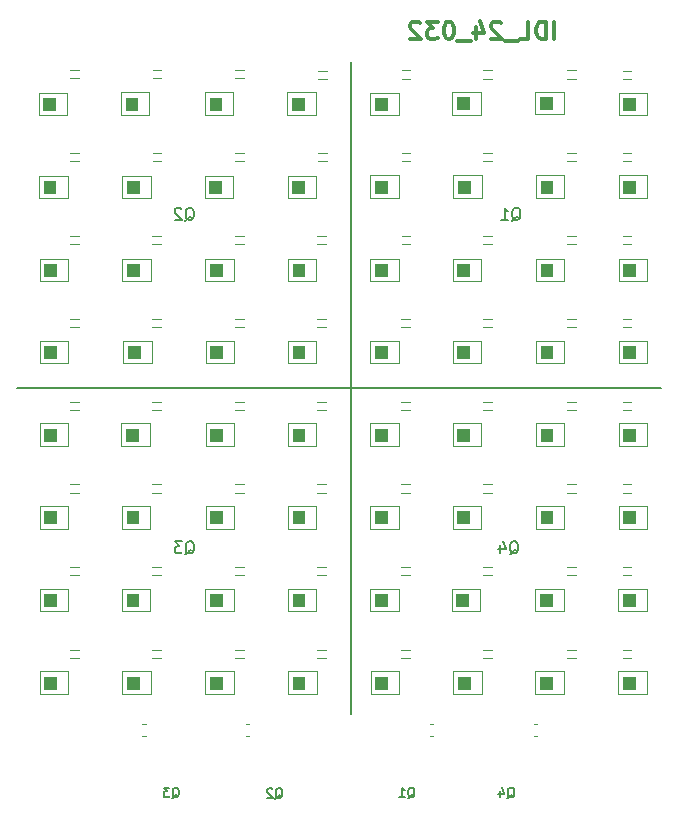
<source format=gbr>
%TF.GenerationSoftware,KiCad,Pcbnew,8.0.5*%
%TF.CreationDate,2024-11-25T13:54:07-10:00*%
%TF.ProjectId,SiPMT.revA,5369504d-542e-4726-9576-412e6b696361,rev?*%
%TF.SameCoordinates,Original*%
%TF.FileFunction,Legend,Bot*%
%TF.FilePolarity,Positive*%
%FSLAX46Y46*%
G04 Gerber Fmt 4.6, Leading zero omitted, Abs format (unit mm)*
G04 Created by KiCad (PCBNEW 8.0.5) date 2024-11-25 13:54:07*
%MOMM*%
%LPD*%
G01*
G04 APERTURE LIST*
%ADD10C,0.300000*%
%ADD11C,0.150000*%
%ADD12C,0.120000*%
%ADD13C,0.010000*%
G04 APERTURE END LIST*
D10*
X165045489Y-65180828D02*
X165045489Y-63680828D01*
X164331203Y-65180828D02*
X164331203Y-63680828D01*
X164331203Y-63680828D02*
X163974060Y-63680828D01*
X163974060Y-63680828D02*
X163759774Y-63752257D01*
X163759774Y-63752257D02*
X163616917Y-63895114D01*
X163616917Y-63895114D02*
X163545488Y-64037971D01*
X163545488Y-64037971D02*
X163474060Y-64323685D01*
X163474060Y-64323685D02*
X163474060Y-64537971D01*
X163474060Y-64537971D02*
X163545488Y-64823685D01*
X163545488Y-64823685D02*
X163616917Y-64966542D01*
X163616917Y-64966542D02*
X163759774Y-65109400D01*
X163759774Y-65109400D02*
X163974060Y-65180828D01*
X163974060Y-65180828D02*
X164331203Y-65180828D01*
X162116917Y-65180828D02*
X162831203Y-65180828D01*
X162831203Y-65180828D02*
X162831203Y-63680828D01*
X161974060Y-65323685D02*
X160831202Y-65323685D01*
X160545488Y-63823685D02*
X160474060Y-63752257D01*
X160474060Y-63752257D02*
X160331203Y-63680828D01*
X160331203Y-63680828D02*
X159974060Y-63680828D01*
X159974060Y-63680828D02*
X159831203Y-63752257D01*
X159831203Y-63752257D02*
X159759774Y-63823685D01*
X159759774Y-63823685D02*
X159688345Y-63966542D01*
X159688345Y-63966542D02*
X159688345Y-64109400D01*
X159688345Y-64109400D02*
X159759774Y-64323685D01*
X159759774Y-64323685D02*
X160616917Y-65180828D01*
X160616917Y-65180828D02*
X159688345Y-65180828D01*
X158402632Y-64180828D02*
X158402632Y-65180828D01*
X158759774Y-63609400D02*
X159116917Y-64680828D01*
X159116917Y-64680828D02*
X158188346Y-64680828D01*
X157974061Y-65323685D02*
X156831203Y-65323685D01*
X156188346Y-63680828D02*
X156045489Y-63680828D01*
X156045489Y-63680828D02*
X155902632Y-63752257D01*
X155902632Y-63752257D02*
X155831204Y-63823685D01*
X155831204Y-63823685D02*
X155759775Y-63966542D01*
X155759775Y-63966542D02*
X155688346Y-64252257D01*
X155688346Y-64252257D02*
X155688346Y-64609400D01*
X155688346Y-64609400D02*
X155759775Y-64895114D01*
X155759775Y-64895114D02*
X155831204Y-65037971D01*
X155831204Y-65037971D02*
X155902632Y-65109400D01*
X155902632Y-65109400D02*
X156045489Y-65180828D01*
X156045489Y-65180828D02*
X156188346Y-65180828D01*
X156188346Y-65180828D02*
X156331204Y-65109400D01*
X156331204Y-65109400D02*
X156402632Y-65037971D01*
X156402632Y-65037971D02*
X156474061Y-64895114D01*
X156474061Y-64895114D02*
X156545489Y-64609400D01*
X156545489Y-64609400D02*
X156545489Y-64252257D01*
X156545489Y-64252257D02*
X156474061Y-63966542D01*
X156474061Y-63966542D02*
X156402632Y-63823685D01*
X156402632Y-63823685D02*
X156331204Y-63752257D01*
X156331204Y-63752257D02*
X156188346Y-63680828D01*
X155188347Y-63680828D02*
X154259775Y-63680828D01*
X154259775Y-63680828D02*
X154759775Y-64252257D01*
X154759775Y-64252257D02*
X154545490Y-64252257D01*
X154545490Y-64252257D02*
X154402633Y-64323685D01*
X154402633Y-64323685D02*
X154331204Y-64395114D01*
X154331204Y-64395114D02*
X154259775Y-64537971D01*
X154259775Y-64537971D02*
X154259775Y-64895114D01*
X154259775Y-64895114D02*
X154331204Y-65037971D01*
X154331204Y-65037971D02*
X154402633Y-65109400D01*
X154402633Y-65109400D02*
X154545490Y-65180828D01*
X154545490Y-65180828D02*
X154974061Y-65180828D01*
X154974061Y-65180828D02*
X155116918Y-65109400D01*
X155116918Y-65109400D02*
X155188347Y-65037971D01*
X153688347Y-63823685D02*
X153616919Y-63752257D01*
X153616919Y-63752257D02*
X153474062Y-63680828D01*
X153474062Y-63680828D02*
X153116919Y-63680828D01*
X153116919Y-63680828D02*
X152974062Y-63752257D01*
X152974062Y-63752257D02*
X152902633Y-63823685D01*
X152902633Y-63823685D02*
X152831204Y-63966542D01*
X152831204Y-63966542D02*
X152831204Y-64109400D01*
X152831204Y-64109400D02*
X152902633Y-64323685D01*
X152902633Y-64323685D02*
X153759776Y-65180828D01*
X153759776Y-65180828D02*
X152831204Y-65180828D01*
D11*
X147800000Y-67130000D02*
X147800000Y-122330000D01*
X119550000Y-94680000D02*
X174050000Y-94680000D01*
X133796554Y-108795057D02*
X133891792Y-108747438D01*
X133891792Y-108747438D02*
X133987030Y-108652200D01*
X133987030Y-108652200D02*
X134129887Y-108509342D01*
X134129887Y-108509342D02*
X134225125Y-108461723D01*
X134225125Y-108461723D02*
X134320363Y-108461723D01*
X134272744Y-108699819D02*
X134367982Y-108652200D01*
X134367982Y-108652200D02*
X134463220Y-108556961D01*
X134463220Y-108556961D02*
X134510839Y-108366485D01*
X134510839Y-108366485D02*
X134510839Y-108033152D01*
X134510839Y-108033152D02*
X134463220Y-107842676D01*
X134463220Y-107842676D02*
X134367982Y-107747438D01*
X134367982Y-107747438D02*
X134272744Y-107699819D01*
X134272744Y-107699819D02*
X134082268Y-107699819D01*
X134082268Y-107699819D02*
X133987030Y-107747438D01*
X133987030Y-107747438D02*
X133891792Y-107842676D01*
X133891792Y-107842676D02*
X133844173Y-108033152D01*
X133844173Y-108033152D02*
X133844173Y-108366485D01*
X133844173Y-108366485D02*
X133891792Y-108556961D01*
X133891792Y-108556961D02*
X133987030Y-108652200D01*
X133987030Y-108652200D02*
X134082268Y-108699819D01*
X134082268Y-108699819D02*
X134272744Y-108699819D01*
X133510839Y-107699819D02*
X132891792Y-107699819D01*
X132891792Y-107699819D02*
X133225125Y-108080771D01*
X133225125Y-108080771D02*
X133082268Y-108080771D01*
X133082268Y-108080771D02*
X132987030Y-108128390D01*
X132987030Y-108128390D02*
X132939411Y-108176009D01*
X132939411Y-108176009D02*
X132891792Y-108271247D01*
X132891792Y-108271247D02*
X132891792Y-108509342D01*
X132891792Y-108509342D02*
X132939411Y-108604580D01*
X132939411Y-108604580D02*
X132987030Y-108652200D01*
X132987030Y-108652200D02*
X133082268Y-108699819D01*
X133082268Y-108699819D02*
X133367982Y-108699819D01*
X133367982Y-108699819D02*
X133463220Y-108652200D01*
X133463220Y-108652200D02*
X133510839Y-108604580D01*
X161246554Y-108795057D02*
X161341792Y-108747438D01*
X161341792Y-108747438D02*
X161437030Y-108652200D01*
X161437030Y-108652200D02*
X161579887Y-108509342D01*
X161579887Y-108509342D02*
X161675125Y-108461723D01*
X161675125Y-108461723D02*
X161770363Y-108461723D01*
X161722744Y-108699819D02*
X161817982Y-108652200D01*
X161817982Y-108652200D02*
X161913220Y-108556961D01*
X161913220Y-108556961D02*
X161960839Y-108366485D01*
X161960839Y-108366485D02*
X161960839Y-108033152D01*
X161960839Y-108033152D02*
X161913220Y-107842676D01*
X161913220Y-107842676D02*
X161817982Y-107747438D01*
X161817982Y-107747438D02*
X161722744Y-107699819D01*
X161722744Y-107699819D02*
X161532268Y-107699819D01*
X161532268Y-107699819D02*
X161437030Y-107747438D01*
X161437030Y-107747438D02*
X161341792Y-107842676D01*
X161341792Y-107842676D02*
X161294173Y-108033152D01*
X161294173Y-108033152D02*
X161294173Y-108366485D01*
X161294173Y-108366485D02*
X161341792Y-108556961D01*
X161341792Y-108556961D02*
X161437030Y-108652200D01*
X161437030Y-108652200D02*
X161532268Y-108699819D01*
X161532268Y-108699819D02*
X161722744Y-108699819D01*
X160437030Y-108033152D02*
X160437030Y-108699819D01*
X160675125Y-107652200D02*
X160913220Y-108366485D01*
X160913220Y-108366485D02*
X160294173Y-108366485D01*
X133796554Y-80545057D02*
X133891792Y-80497438D01*
X133891792Y-80497438D02*
X133987030Y-80402200D01*
X133987030Y-80402200D02*
X134129887Y-80259342D01*
X134129887Y-80259342D02*
X134225125Y-80211723D01*
X134225125Y-80211723D02*
X134320363Y-80211723D01*
X134272744Y-80449819D02*
X134367982Y-80402200D01*
X134367982Y-80402200D02*
X134463220Y-80306961D01*
X134463220Y-80306961D02*
X134510839Y-80116485D01*
X134510839Y-80116485D02*
X134510839Y-79783152D01*
X134510839Y-79783152D02*
X134463220Y-79592676D01*
X134463220Y-79592676D02*
X134367982Y-79497438D01*
X134367982Y-79497438D02*
X134272744Y-79449819D01*
X134272744Y-79449819D02*
X134082268Y-79449819D01*
X134082268Y-79449819D02*
X133987030Y-79497438D01*
X133987030Y-79497438D02*
X133891792Y-79592676D01*
X133891792Y-79592676D02*
X133844173Y-79783152D01*
X133844173Y-79783152D02*
X133844173Y-80116485D01*
X133844173Y-80116485D02*
X133891792Y-80306961D01*
X133891792Y-80306961D02*
X133987030Y-80402200D01*
X133987030Y-80402200D02*
X134082268Y-80449819D01*
X134082268Y-80449819D02*
X134272744Y-80449819D01*
X133463220Y-79545057D02*
X133415601Y-79497438D01*
X133415601Y-79497438D02*
X133320363Y-79449819D01*
X133320363Y-79449819D02*
X133082268Y-79449819D01*
X133082268Y-79449819D02*
X132987030Y-79497438D01*
X132987030Y-79497438D02*
X132939411Y-79545057D01*
X132939411Y-79545057D02*
X132891792Y-79640295D01*
X132891792Y-79640295D02*
X132891792Y-79735533D01*
X132891792Y-79735533D02*
X132939411Y-79878390D01*
X132939411Y-79878390D02*
X133510839Y-80449819D01*
X133510839Y-80449819D02*
X132891792Y-80449819D01*
X161446554Y-80545057D02*
X161541792Y-80497438D01*
X161541792Y-80497438D02*
X161637030Y-80402200D01*
X161637030Y-80402200D02*
X161779887Y-80259342D01*
X161779887Y-80259342D02*
X161875125Y-80211723D01*
X161875125Y-80211723D02*
X161970363Y-80211723D01*
X161922744Y-80449819D02*
X162017982Y-80402200D01*
X162017982Y-80402200D02*
X162113220Y-80306961D01*
X162113220Y-80306961D02*
X162160839Y-80116485D01*
X162160839Y-80116485D02*
X162160839Y-79783152D01*
X162160839Y-79783152D02*
X162113220Y-79592676D01*
X162113220Y-79592676D02*
X162017982Y-79497438D01*
X162017982Y-79497438D02*
X161922744Y-79449819D01*
X161922744Y-79449819D02*
X161732268Y-79449819D01*
X161732268Y-79449819D02*
X161637030Y-79497438D01*
X161637030Y-79497438D02*
X161541792Y-79592676D01*
X161541792Y-79592676D02*
X161494173Y-79783152D01*
X161494173Y-79783152D02*
X161494173Y-80116485D01*
X161494173Y-80116485D02*
X161541792Y-80306961D01*
X161541792Y-80306961D02*
X161637030Y-80402200D01*
X161637030Y-80402200D02*
X161732268Y-80449819D01*
X161732268Y-80449819D02*
X161922744Y-80449819D01*
X160541792Y-80449819D02*
X161113220Y-80449819D01*
X160827506Y-80449819D02*
X160827506Y-79449819D01*
X160827506Y-79449819D02*
X160922744Y-79592676D01*
X160922744Y-79592676D02*
X161017982Y-79687914D01*
X161017982Y-79687914D02*
X161113220Y-79735533D01*
X132676190Y-129418485D02*
X132752380Y-129380390D01*
X132752380Y-129380390D02*
X132828571Y-129304200D01*
X132828571Y-129304200D02*
X132942857Y-129189914D01*
X132942857Y-129189914D02*
X133019047Y-129151819D01*
X133019047Y-129151819D02*
X133095238Y-129151819D01*
X133057142Y-129342295D02*
X133133333Y-129304200D01*
X133133333Y-129304200D02*
X133209523Y-129228009D01*
X133209523Y-129228009D02*
X133247619Y-129075628D01*
X133247619Y-129075628D02*
X133247619Y-128808961D01*
X133247619Y-128808961D02*
X133209523Y-128656580D01*
X133209523Y-128656580D02*
X133133333Y-128580390D01*
X133133333Y-128580390D02*
X133057142Y-128542295D01*
X133057142Y-128542295D02*
X132904761Y-128542295D01*
X132904761Y-128542295D02*
X132828571Y-128580390D01*
X132828571Y-128580390D02*
X132752380Y-128656580D01*
X132752380Y-128656580D02*
X132714285Y-128808961D01*
X132714285Y-128808961D02*
X132714285Y-129075628D01*
X132714285Y-129075628D02*
X132752380Y-129228009D01*
X132752380Y-129228009D02*
X132828571Y-129304200D01*
X132828571Y-129304200D02*
X132904761Y-129342295D01*
X132904761Y-129342295D02*
X133057142Y-129342295D01*
X132447619Y-128542295D02*
X131952381Y-128542295D01*
X131952381Y-128542295D02*
X132219047Y-128847057D01*
X132219047Y-128847057D02*
X132104762Y-128847057D01*
X132104762Y-128847057D02*
X132028571Y-128885152D01*
X132028571Y-128885152D02*
X131990476Y-128923247D01*
X131990476Y-128923247D02*
X131952381Y-128999438D01*
X131952381Y-128999438D02*
X131952381Y-129189914D01*
X131952381Y-129189914D02*
X131990476Y-129266104D01*
X131990476Y-129266104D02*
X132028571Y-129304200D01*
X132028571Y-129304200D02*
X132104762Y-129342295D01*
X132104762Y-129342295D02*
X132333333Y-129342295D01*
X132333333Y-129342295D02*
X132409524Y-129304200D01*
X132409524Y-129304200D02*
X132447619Y-129266104D01*
X161076190Y-129418485D02*
X161152380Y-129380390D01*
X161152380Y-129380390D02*
X161228571Y-129304200D01*
X161228571Y-129304200D02*
X161342857Y-129189914D01*
X161342857Y-129189914D02*
X161419047Y-129151819D01*
X161419047Y-129151819D02*
X161495238Y-129151819D01*
X161457142Y-129342295D02*
X161533333Y-129304200D01*
X161533333Y-129304200D02*
X161609523Y-129228009D01*
X161609523Y-129228009D02*
X161647619Y-129075628D01*
X161647619Y-129075628D02*
X161647619Y-128808961D01*
X161647619Y-128808961D02*
X161609523Y-128656580D01*
X161609523Y-128656580D02*
X161533333Y-128580390D01*
X161533333Y-128580390D02*
X161457142Y-128542295D01*
X161457142Y-128542295D02*
X161304761Y-128542295D01*
X161304761Y-128542295D02*
X161228571Y-128580390D01*
X161228571Y-128580390D02*
X161152380Y-128656580D01*
X161152380Y-128656580D02*
X161114285Y-128808961D01*
X161114285Y-128808961D02*
X161114285Y-129075628D01*
X161114285Y-129075628D02*
X161152380Y-129228009D01*
X161152380Y-129228009D02*
X161228571Y-129304200D01*
X161228571Y-129304200D02*
X161304761Y-129342295D01*
X161304761Y-129342295D02*
X161457142Y-129342295D01*
X160428571Y-128808961D02*
X160428571Y-129342295D01*
X160619047Y-128504200D02*
X160809524Y-129075628D01*
X160809524Y-129075628D02*
X160314285Y-129075628D01*
X141426190Y-129468485D02*
X141502380Y-129430390D01*
X141502380Y-129430390D02*
X141578571Y-129354200D01*
X141578571Y-129354200D02*
X141692857Y-129239914D01*
X141692857Y-129239914D02*
X141769047Y-129201819D01*
X141769047Y-129201819D02*
X141845238Y-129201819D01*
X141807142Y-129392295D02*
X141883333Y-129354200D01*
X141883333Y-129354200D02*
X141959523Y-129278009D01*
X141959523Y-129278009D02*
X141997619Y-129125628D01*
X141997619Y-129125628D02*
X141997619Y-128858961D01*
X141997619Y-128858961D02*
X141959523Y-128706580D01*
X141959523Y-128706580D02*
X141883333Y-128630390D01*
X141883333Y-128630390D02*
X141807142Y-128592295D01*
X141807142Y-128592295D02*
X141654761Y-128592295D01*
X141654761Y-128592295D02*
X141578571Y-128630390D01*
X141578571Y-128630390D02*
X141502380Y-128706580D01*
X141502380Y-128706580D02*
X141464285Y-128858961D01*
X141464285Y-128858961D02*
X141464285Y-129125628D01*
X141464285Y-129125628D02*
X141502380Y-129278009D01*
X141502380Y-129278009D02*
X141578571Y-129354200D01*
X141578571Y-129354200D02*
X141654761Y-129392295D01*
X141654761Y-129392295D02*
X141807142Y-129392295D01*
X141159524Y-128668485D02*
X141121428Y-128630390D01*
X141121428Y-128630390D02*
X141045238Y-128592295D01*
X141045238Y-128592295D02*
X140854762Y-128592295D01*
X140854762Y-128592295D02*
X140778571Y-128630390D01*
X140778571Y-128630390D02*
X140740476Y-128668485D01*
X140740476Y-128668485D02*
X140702381Y-128744676D01*
X140702381Y-128744676D02*
X140702381Y-128820866D01*
X140702381Y-128820866D02*
X140740476Y-128935152D01*
X140740476Y-128935152D02*
X141197619Y-129392295D01*
X141197619Y-129392295D02*
X140702381Y-129392295D01*
X152626190Y-129418485D02*
X152702380Y-129380390D01*
X152702380Y-129380390D02*
X152778571Y-129304200D01*
X152778571Y-129304200D02*
X152892857Y-129189914D01*
X152892857Y-129189914D02*
X152969047Y-129151819D01*
X152969047Y-129151819D02*
X153045238Y-129151819D01*
X153007142Y-129342295D02*
X153083333Y-129304200D01*
X153083333Y-129304200D02*
X153159523Y-129228009D01*
X153159523Y-129228009D02*
X153197619Y-129075628D01*
X153197619Y-129075628D02*
X153197619Y-128808961D01*
X153197619Y-128808961D02*
X153159523Y-128656580D01*
X153159523Y-128656580D02*
X153083333Y-128580390D01*
X153083333Y-128580390D02*
X153007142Y-128542295D01*
X153007142Y-128542295D02*
X152854761Y-128542295D01*
X152854761Y-128542295D02*
X152778571Y-128580390D01*
X152778571Y-128580390D02*
X152702380Y-128656580D01*
X152702380Y-128656580D02*
X152664285Y-128808961D01*
X152664285Y-128808961D02*
X152664285Y-129075628D01*
X152664285Y-129075628D02*
X152702380Y-129228009D01*
X152702380Y-129228009D02*
X152778571Y-129304200D01*
X152778571Y-129304200D02*
X152854761Y-129342295D01*
X152854761Y-129342295D02*
X153007142Y-129342295D01*
X151902381Y-129342295D02*
X152359524Y-129342295D01*
X152130952Y-129342295D02*
X152130952Y-128542295D01*
X152130952Y-128542295D02*
X152207143Y-128656580D01*
X152207143Y-128656580D02*
X152283333Y-128732771D01*
X152283333Y-128732771D02*
X152359524Y-128770866D01*
D12*
%TO.C,R3*%
X159025000Y-67805000D02*
X159775000Y-67805000D01*
X159025000Y-68505000D02*
X159775000Y-68505000D01*
%TO.C,D40*%
D13*
X143875000Y-105155000D02*
X142875000Y-105155000D01*
X142875000Y-106155000D01*
X143875000Y-106155000D01*
X143875000Y-105155000D01*
G36*
X143875000Y-105155000D02*
G01*
X142875000Y-105155000D01*
X142875000Y-106155000D01*
X143875000Y-106155000D01*
X143875000Y-105155000D01*
G37*
D12*
X144900000Y-104705000D02*
X142475000Y-104705000D01*
X142475000Y-106605000D01*
X144900000Y-106605000D01*
X144900000Y-104705000D01*
%TO.C,D11*%
D13*
X122857500Y-91155000D02*
X121857500Y-91155000D01*
X121857500Y-92155000D01*
X122857500Y-92155000D01*
X122857500Y-91155000D01*
G36*
X122857500Y-91155000D02*
G01*
X121857500Y-91155000D01*
X121857500Y-92155000D01*
X122857500Y-92155000D01*
X122857500Y-91155000D01*
G37*
D12*
X123882500Y-90705000D02*
X121457500Y-90705000D01*
X121457500Y-92605000D01*
X123882500Y-92605000D01*
X123882500Y-90705000D01*
%TO.C,D25*%
D13*
X150875000Y-84205000D02*
X149875000Y-84205000D01*
X149875000Y-85205000D01*
X150875000Y-85205000D01*
X150875000Y-84205000D01*
G36*
X150875000Y-84205000D02*
G01*
X149875000Y-84205000D01*
X149875000Y-85205000D01*
X150875000Y-85205000D01*
X150875000Y-84205000D01*
G37*
D12*
X151900000Y-83755000D02*
X149475000Y-83755000D01*
X149475000Y-85655000D01*
X151900000Y-85655000D01*
X151900000Y-83755000D01*
%TO.C,D20*%
D13*
X129837500Y-77180000D02*
X128837500Y-77180000D01*
X128837500Y-78180000D01*
X129837500Y-78180000D01*
X129837500Y-77180000D01*
G36*
X129837500Y-77180000D02*
G01*
X128837500Y-77180000D01*
X128837500Y-78180000D01*
X129837500Y-78180000D01*
X129837500Y-77180000D01*
G37*
D12*
X130862500Y-76730000D02*
X128437500Y-76730000D01*
X128437500Y-78630000D01*
X130862500Y-78630000D01*
X130862500Y-76730000D01*
%TO.C,D42*%
D13*
X150875000Y-105155000D02*
X149875000Y-105155000D01*
X149875000Y-106155000D01*
X150875000Y-106155000D01*
X150875000Y-105155000D01*
G36*
X150875000Y-105155000D02*
G01*
X149875000Y-105155000D01*
X149875000Y-106155000D01*
X150875000Y-106155000D01*
X150875000Y-105155000D01*
G37*
D12*
X151900000Y-104705000D02*
X149475000Y-104705000D01*
X149475000Y-106605000D01*
X151900000Y-106605000D01*
X151900000Y-104705000D01*
%TO.C,R1*%
X152112500Y-67805000D02*
X152862500Y-67805000D01*
X152112500Y-68505000D02*
X152862500Y-68505000D01*
%TO.C,R55*%
X144962500Y-109855000D02*
X145712500Y-109855000D01*
X144962500Y-110555000D02*
X145712500Y-110555000D01*
%TO.C,R58*%
X152062500Y-116855000D02*
X152812500Y-116855000D01*
X152062500Y-117555000D02*
X152812500Y-117555000D01*
%TO.C,D4*%
D13*
X157875000Y-77155000D02*
X156875000Y-77155000D01*
X156875000Y-78155000D01*
X157875000Y-78155000D01*
X157875000Y-77155000D01*
G36*
X157875000Y-77155000D02*
G01*
X156875000Y-77155000D01*
X156875000Y-78155000D01*
X157875000Y-78155000D01*
X157875000Y-77155000D01*
G37*
D12*
X158900000Y-76705000D02*
X156475000Y-76705000D01*
X156475000Y-78605000D01*
X158900000Y-78605000D01*
X158900000Y-76705000D01*
%TO.C,R5*%
X166112500Y-67805000D02*
X166862500Y-67805000D01*
X166112500Y-68505000D02*
X166862500Y-68505000D01*
%TO.C,D55*%
D13*
X143875000Y-112155000D02*
X142875000Y-112155000D01*
X142875000Y-113155000D01*
X143875000Y-113155000D01*
X143875000Y-112155000D01*
G36*
X143875000Y-112155000D02*
G01*
X142875000Y-112155000D01*
X142875000Y-113155000D01*
X143875000Y-113155000D01*
X143875000Y-112155000D01*
G37*
D12*
X144900000Y-111705000D02*
X142475000Y-111705000D01*
X142475000Y-113605000D01*
X144900000Y-113605000D01*
X144900000Y-111705000D01*
%TO.C,R43*%
X159012500Y-95855000D02*
X159762500Y-95855000D01*
X159012500Y-96555000D02*
X159762500Y-96555000D01*
%TO.C,D32*%
D13*
X171875000Y-91155000D02*
X170875000Y-91155000D01*
X170875000Y-92155000D01*
X171875000Y-92155000D01*
X171875000Y-91155000D01*
G36*
X171875000Y-91155000D02*
G01*
X170875000Y-91155000D01*
X170875000Y-92155000D01*
X171875000Y-92155000D01*
X171875000Y-91155000D01*
G37*
D12*
X172900000Y-90705000D02*
X170475000Y-90705000D01*
X170475000Y-92605000D01*
X172900000Y-92605000D01*
X172900000Y-90705000D01*
%TO.C,D36*%
D13*
X129825000Y-105155000D02*
X128825000Y-105155000D01*
X128825000Y-106155000D01*
X129825000Y-106155000D01*
X129825000Y-105155000D01*
G36*
X129825000Y-105155000D02*
G01*
X128825000Y-105155000D01*
X128825000Y-106155000D01*
X129825000Y-106155000D01*
X129825000Y-105155000D01*
G37*
D12*
X130850000Y-104705000D02*
X128425000Y-104705000D01*
X128425000Y-106605000D01*
X130850000Y-106605000D01*
X130850000Y-104705000D01*
%TO.C,D43*%
D13*
X157825000Y-98155000D02*
X156825000Y-98155000D01*
X156825000Y-99155000D01*
X157825000Y-99155000D01*
X157825000Y-98155000D01*
G36*
X157825000Y-98155000D02*
G01*
X156825000Y-98155000D01*
X156825000Y-99155000D01*
X157825000Y-99155000D01*
X157825000Y-98155000D01*
G37*
D12*
X158850000Y-97705000D02*
X156425000Y-97705000D01*
X156425000Y-99605000D01*
X158850000Y-99605000D01*
X158850000Y-97705000D01*
%TO.C,D53*%
D13*
X136875000Y-112155000D02*
X135875000Y-112155000D01*
X135875000Y-113155000D01*
X136875000Y-113155000D01*
X136875000Y-112155000D01*
G36*
X136875000Y-112155000D02*
G01*
X135875000Y-112155000D01*
X135875000Y-113155000D01*
X136875000Y-113155000D01*
X136875000Y-112155000D01*
G37*
D12*
X137900000Y-111705000D02*
X135475000Y-111705000D01*
X135475000Y-113605000D01*
X137900000Y-113605000D01*
X137900000Y-111705000D01*
%TO.C,R48*%
X171575000Y-102855000D02*
X170825000Y-102855000D01*
X171575000Y-103555000D02*
X170825000Y-103555000D01*
%TO.C,D10*%
D13*
X122852500Y-84205000D02*
X121852500Y-84205000D01*
X121852500Y-85205000D01*
X122852500Y-85205000D01*
X122852500Y-84205000D01*
G36*
X122852500Y-84205000D02*
G01*
X121852500Y-84205000D01*
X121852500Y-85205000D01*
X122852500Y-85205000D01*
X122852500Y-84205000D01*
G37*
D12*
X123877500Y-83755000D02*
X121452500Y-83755000D01*
X121452500Y-85655000D01*
X123877500Y-85655000D01*
X123877500Y-83755000D01*
%TO.C,C4*%
X130166233Y-123120000D02*
X130458767Y-123120000D01*
X130166233Y-124140000D02*
X130458767Y-124140000D01*
%TO.C,D17*%
D13*
X143850000Y-77180000D02*
X142850000Y-77180000D01*
X142850000Y-78180000D01*
X143850000Y-78180000D01*
X143850000Y-77180000D01*
G36*
X143850000Y-77180000D02*
G01*
X142850000Y-77180000D01*
X142850000Y-78180000D01*
X143850000Y-78180000D01*
X143850000Y-77180000D01*
G37*
D12*
X144875000Y-76730000D02*
X142450000Y-76730000D01*
X142450000Y-78630000D01*
X144875000Y-78630000D01*
X144875000Y-76730000D01*
%TO.C,R24*%
X144950000Y-88855000D02*
X145700000Y-88855000D01*
X144950000Y-89555000D02*
X145700000Y-89555000D01*
%TO.C,R16*%
X138012500Y-88855000D02*
X138762500Y-88855000D01*
X138012500Y-89555000D02*
X138762500Y-89555000D01*
%TO.C,D14*%
D13*
X136900000Y-84205000D02*
X135900000Y-84205000D01*
X135900000Y-85205000D01*
X136900000Y-85205000D01*
X136900000Y-84205000D01*
G36*
X136900000Y-84205000D02*
G01*
X135900000Y-84205000D01*
X135900000Y-85205000D01*
X136900000Y-85205000D01*
X136900000Y-84205000D01*
G37*
D12*
X137925000Y-83755000D02*
X135500000Y-83755000D01*
X135500000Y-85655000D01*
X137925000Y-85655000D01*
X137925000Y-83755000D01*
%TO.C,D18*%
D13*
X122787500Y-70180000D02*
X121787500Y-70180000D01*
X121787500Y-71180000D01*
X122787500Y-71180000D01*
X122787500Y-70180000D01*
G36*
X122787500Y-70180000D02*
G01*
X121787500Y-70180000D01*
X121787500Y-71180000D01*
X122787500Y-71180000D01*
X122787500Y-70180000D01*
G37*
D12*
X123812500Y-69730000D02*
X121387500Y-69730000D01*
X121387500Y-71630000D01*
X123812500Y-71630000D01*
X123812500Y-69730000D01*
%TO.C,D54*%
D13*
X136887500Y-119155000D02*
X135887500Y-119155000D01*
X135887500Y-120155000D01*
X136887500Y-120155000D01*
X136887500Y-119155000D01*
G36*
X136887500Y-119155000D02*
G01*
X135887500Y-119155000D01*
X135887500Y-120155000D01*
X136887500Y-120155000D01*
X136887500Y-119155000D01*
G37*
D12*
X137912500Y-118705000D02*
X135487500Y-118705000D01*
X135487500Y-120605000D01*
X137912500Y-120605000D01*
X137912500Y-118705000D01*
%TO.C,R21*%
X138025000Y-67780000D02*
X138775000Y-67780000D01*
X138025000Y-68480000D02*
X138775000Y-68480000D01*
%TO.C,R57*%
X152062500Y-109855000D02*
X152812500Y-109855000D01*
X152062500Y-110555000D02*
X152812500Y-110555000D01*
%TO.C,R7*%
X124025000Y-74780000D02*
X124775000Y-74780000D01*
X124025000Y-75480000D02*
X124775000Y-75480000D01*
%TO.C,D38*%
D13*
X136925000Y-105155000D02*
X135925000Y-105155000D01*
X135925000Y-106155000D01*
X136925000Y-106155000D01*
X136925000Y-105155000D01*
G36*
X136925000Y-105155000D02*
G01*
X135925000Y-105155000D01*
X135925000Y-106155000D01*
X136925000Y-106155000D01*
X136925000Y-105155000D01*
G37*
D12*
X137950000Y-104705000D02*
X135525000Y-104705000D01*
X135525000Y-106605000D01*
X137950000Y-106605000D01*
X137950000Y-104705000D01*
%TO.C,D33*%
D13*
X122875000Y-98155000D02*
X121875000Y-98155000D01*
X121875000Y-99155000D01*
X122875000Y-99155000D01*
X122875000Y-98155000D01*
G36*
X122875000Y-98155000D02*
G01*
X121875000Y-98155000D01*
X121875000Y-99155000D01*
X122875000Y-99155000D01*
X122875000Y-98155000D01*
G37*
D12*
X123900000Y-97705000D02*
X121475000Y-97705000D01*
X121475000Y-99605000D01*
X123900000Y-99605000D01*
X123900000Y-97705000D01*
%TO.C,D62*%
D13*
X164837500Y-119155000D02*
X163837500Y-119155000D01*
X163837500Y-120155000D01*
X164837500Y-120155000D01*
X164837500Y-119155000D01*
G36*
X164837500Y-119155000D02*
G01*
X163837500Y-119155000D01*
X163837500Y-120155000D01*
X164837500Y-120155000D01*
X164837500Y-119155000D01*
G37*
D12*
X165862500Y-118705000D02*
X163437500Y-118705000D01*
X163437500Y-120605000D01*
X165862500Y-120605000D01*
X165862500Y-118705000D01*
%TO.C,R8*%
X171575000Y-67830000D02*
X170825000Y-67830000D01*
X171575000Y-68530000D02*
X170825000Y-68530000D01*
%TO.C,R52*%
X130962500Y-116855000D02*
X131712500Y-116855000D01*
X130962500Y-117555000D02*
X131712500Y-117555000D01*
%TO.C,R23*%
X144962500Y-81855000D02*
X145712500Y-81855000D01*
X144962500Y-82555000D02*
X145712500Y-82555000D01*
%TO.C,R17*%
X145025000Y-74780000D02*
X145775000Y-74780000D01*
X145025000Y-75480000D02*
X145775000Y-75480000D01*
%TO.C,R20*%
X131025000Y-74780000D02*
X131775000Y-74780000D01*
X131025000Y-75480000D02*
X131775000Y-75480000D01*
%TO.C,R38*%
X138012500Y-102855000D02*
X138762500Y-102855000D01*
X138012500Y-103555000D02*
X138762500Y-103555000D01*
%TO.C,R22*%
X145025000Y-67830000D02*
X145775000Y-67830000D01*
X145025000Y-68530000D02*
X145775000Y-68530000D01*
%TO.C,D8*%
D13*
X171875000Y-70155000D02*
X170875000Y-70155000D01*
X170875000Y-71155000D01*
X171875000Y-71155000D01*
X171875000Y-70155000D01*
G36*
X171875000Y-70155000D02*
G01*
X170875000Y-70155000D01*
X170875000Y-71155000D01*
X171875000Y-71155000D01*
X171875000Y-70155000D01*
G37*
D12*
X172900000Y-69705000D02*
X170475000Y-69705000D01*
X170475000Y-71605000D01*
X172900000Y-71605000D01*
X172900000Y-69705000D01*
%TO.C,D64*%
D13*
X171837500Y-119155000D02*
X170837500Y-119155000D01*
X170837500Y-120155000D01*
X171837500Y-120155000D01*
X171837500Y-119155000D01*
G36*
X171837500Y-119155000D02*
G01*
X170837500Y-119155000D01*
X170837500Y-120155000D01*
X171837500Y-120155000D01*
X171837500Y-119155000D01*
G37*
D12*
X172862500Y-118705000D02*
X170437500Y-118705000D01*
X170437500Y-120605000D01*
X172862500Y-120605000D01*
X172862500Y-118705000D01*
%TO.C,D37*%
D13*
X136925000Y-98155000D02*
X135925000Y-98155000D01*
X135925000Y-99155000D01*
X136925000Y-99155000D01*
X136925000Y-98155000D01*
G36*
X136925000Y-98155000D02*
G01*
X135925000Y-98155000D01*
X135925000Y-99155000D01*
X136925000Y-99155000D01*
X136925000Y-98155000D01*
G37*
D12*
X137950000Y-97705000D02*
X135525000Y-97705000D01*
X135525000Y-99605000D01*
X137950000Y-99605000D01*
X137950000Y-97705000D01*
%TO.C,D12*%
D13*
X129875000Y-84205000D02*
X128875000Y-84205000D01*
X128875000Y-85205000D01*
X129875000Y-85205000D01*
X129875000Y-84205000D01*
G36*
X129875000Y-84205000D02*
G01*
X128875000Y-84205000D01*
X128875000Y-85205000D01*
X129875000Y-85205000D01*
X129875000Y-84205000D01*
G37*
D12*
X130900000Y-83755000D02*
X128475000Y-83755000D01*
X128475000Y-85655000D01*
X130900000Y-85655000D01*
X130900000Y-83755000D01*
%TO.C,R46*%
X166112500Y-102855000D02*
X166862500Y-102855000D01*
X166112500Y-103555000D02*
X166862500Y-103555000D01*
%TO.C,C7*%
X154503733Y-123120000D02*
X154796267Y-123120000D01*
X154503733Y-124140000D02*
X154796267Y-124140000D01*
%TO.C,D46*%
D13*
X164875000Y-105155000D02*
X163875000Y-105155000D01*
X163875000Y-106155000D01*
X164875000Y-106155000D01*
X164875000Y-105155000D01*
G36*
X164875000Y-105155000D02*
G01*
X163875000Y-105155000D01*
X163875000Y-106155000D01*
X164875000Y-106155000D01*
X164875000Y-105155000D01*
G37*
D12*
X165900000Y-104705000D02*
X163475000Y-104705000D01*
X163475000Y-106605000D01*
X165900000Y-106605000D01*
X165900000Y-104705000D01*
%TO.C,D26*%
D13*
X150875000Y-91155000D02*
X149875000Y-91155000D01*
X149875000Y-92155000D01*
X150875000Y-92155000D01*
X150875000Y-91155000D01*
G36*
X150875000Y-91155000D02*
G01*
X149875000Y-91155000D01*
X149875000Y-92155000D01*
X150875000Y-92155000D01*
X150875000Y-91155000D01*
G37*
D12*
X151900000Y-90705000D02*
X149475000Y-90705000D01*
X149475000Y-92605000D01*
X151900000Y-92605000D01*
X151900000Y-90705000D01*
%TO.C,R39*%
X144962500Y-95855000D02*
X145712500Y-95855000D01*
X144962500Y-96555000D02*
X145712500Y-96555000D01*
%TO.C,D60*%
D13*
X157887500Y-119155000D02*
X156887500Y-119155000D01*
X156887500Y-120155000D01*
X157887500Y-120155000D01*
X157887500Y-119155000D01*
G36*
X157887500Y-119155000D02*
G01*
X156887500Y-119155000D01*
X156887500Y-120155000D01*
X157887500Y-120155000D01*
X157887500Y-119155000D01*
G37*
D12*
X158912500Y-118705000D02*
X156487500Y-118705000D01*
X156487500Y-120605000D01*
X158912500Y-120605000D01*
X158912500Y-118705000D01*
%TO.C,D7*%
D13*
X122800000Y-77180000D02*
X121800000Y-77180000D01*
X121800000Y-78180000D01*
X122800000Y-78180000D01*
X122800000Y-77180000D01*
G36*
X122800000Y-77180000D02*
G01*
X121800000Y-77180000D01*
X121800000Y-78180000D01*
X122800000Y-78180000D01*
X122800000Y-77180000D01*
G37*
D12*
X123825000Y-76730000D02*
X121400000Y-76730000D01*
X121400000Y-78630000D01*
X123825000Y-78630000D01*
X123825000Y-76730000D01*
%TO.C,D2*%
D13*
X150875000Y-77155000D02*
X149875000Y-77155000D01*
X149875000Y-78155000D01*
X150875000Y-78155000D01*
X150875000Y-77155000D01*
G36*
X150875000Y-77155000D02*
G01*
X149875000Y-77155000D01*
X149875000Y-78155000D01*
X150875000Y-78155000D01*
X150875000Y-77155000D01*
G37*
D12*
X151900000Y-76705000D02*
X149475000Y-76705000D01*
X149475000Y-78605000D01*
X151900000Y-78605000D01*
X151900000Y-76705000D01*
%TO.C,D58*%
D13*
X150887500Y-119155000D02*
X149887500Y-119155000D01*
X149887500Y-120155000D01*
X150887500Y-120155000D01*
X150887500Y-119155000D01*
G36*
X150887500Y-119155000D02*
G01*
X149887500Y-119155000D01*
X149887500Y-120155000D01*
X150887500Y-120155000D01*
X150887500Y-119155000D01*
G37*
D12*
X151912500Y-118705000D02*
X149487500Y-118705000D01*
X149487500Y-120605000D01*
X151912500Y-120605000D01*
X151912500Y-118705000D01*
%TO.C,D44*%
D13*
X157825000Y-105155000D02*
X156825000Y-105155000D01*
X156825000Y-106155000D01*
X157825000Y-106155000D01*
X157825000Y-105155000D01*
G36*
X157825000Y-105155000D02*
G01*
X156825000Y-105155000D01*
X156825000Y-106155000D01*
X157825000Y-106155000D01*
X157825000Y-105155000D01*
G37*
D12*
X158850000Y-104705000D02*
X156425000Y-104705000D01*
X156425000Y-106605000D01*
X158850000Y-106605000D01*
X158850000Y-104705000D01*
%TO.C,R34*%
X124012500Y-102855000D02*
X124762500Y-102855000D01*
X124012500Y-103555000D02*
X124762500Y-103555000D01*
%TO.C,D24*%
D13*
X143875000Y-91155000D02*
X142875000Y-91155000D01*
X142875000Y-92155000D01*
X143875000Y-92155000D01*
X143875000Y-91155000D01*
G36*
X143875000Y-91155000D02*
G01*
X142875000Y-91155000D01*
X142875000Y-92155000D01*
X143875000Y-92155000D01*
X143875000Y-91155000D01*
G37*
D12*
X144900000Y-90705000D02*
X142475000Y-90705000D01*
X142475000Y-92605000D01*
X144900000Y-92605000D01*
X144900000Y-90705000D01*
%TO.C,R56*%
X144962500Y-116855000D02*
X145712500Y-116855000D01*
X144962500Y-117555000D02*
X145712500Y-117555000D01*
%TO.C,R26*%
X152062500Y-88855000D02*
X152812500Y-88855000D01*
X152062500Y-89555000D02*
X152812500Y-89555000D01*
%TO.C,R41*%
X152062500Y-95855000D02*
X152812500Y-95855000D01*
X152062500Y-96555000D02*
X152812500Y-96555000D01*
%TO.C,R30*%
X166112500Y-88855000D02*
X166862500Y-88855000D01*
X166112500Y-89555000D02*
X166862500Y-89555000D01*
%TO.C,D23*%
D13*
X143875000Y-84205000D02*
X142875000Y-84205000D01*
X142875000Y-85205000D01*
X143875000Y-85205000D01*
X143875000Y-84205000D01*
G36*
X143875000Y-84205000D02*
G01*
X142875000Y-84205000D01*
X142875000Y-85205000D01*
X143875000Y-85205000D01*
X143875000Y-84205000D01*
G37*
D12*
X144900000Y-83755000D02*
X142475000Y-83755000D01*
X142475000Y-85655000D01*
X144900000Y-85655000D01*
X144900000Y-83755000D01*
%TO.C,D5*%
D13*
X164825000Y-70080000D02*
X163825000Y-70080000D01*
X163825000Y-71080000D01*
X164825000Y-71080000D01*
X164825000Y-70080000D01*
G36*
X164825000Y-70080000D02*
G01*
X163825000Y-70080000D01*
X163825000Y-71080000D01*
X164825000Y-71080000D01*
X164825000Y-70080000D01*
G37*
D12*
X165850000Y-69630000D02*
X163425000Y-69630000D01*
X163425000Y-71530000D01*
X165850000Y-71530000D01*
X165850000Y-69630000D01*
%TO.C,R19*%
X131025000Y-67780000D02*
X131775000Y-67780000D01*
X131025000Y-68480000D02*
X131775000Y-68480000D01*
%TO.C,R47*%
X171575000Y-95855000D02*
X170825000Y-95855000D01*
X171575000Y-96555000D02*
X170825000Y-96555000D01*
%TO.C,R44*%
X159012500Y-102855000D02*
X159762500Y-102855000D01*
X159012500Y-103555000D02*
X159762500Y-103555000D01*
%TO.C,C6*%
X163291233Y-123120000D02*
X163583767Y-123120000D01*
X163291233Y-124140000D02*
X163583767Y-124140000D01*
%TO.C,D3*%
D13*
X157775000Y-70105000D02*
X156775000Y-70105000D01*
X156775000Y-71105000D01*
X157775000Y-71105000D01*
X157775000Y-70105000D01*
G36*
X157775000Y-70105000D02*
G01*
X156775000Y-70105000D01*
X156775000Y-71105000D01*
X157775000Y-71105000D01*
X157775000Y-70105000D01*
G37*
D12*
X158800000Y-69655000D02*
X156375000Y-69655000D01*
X156375000Y-71555000D01*
X158800000Y-71555000D01*
X158800000Y-69655000D01*
%TO.C,R62*%
X166112500Y-116855000D02*
X166862500Y-116855000D01*
X166112500Y-117555000D02*
X166862500Y-117555000D01*
%TO.C,R12*%
X131012500Y-81855000D02*
X131762500Y-81855000D01*
X131012500Y-82555000D02*
X131762500Y-82555000D01*
%TO.C,R45*%
X166112500Y-95855000D02*
X166862500Y-95855000D01*
X166112500Y-96555000D02*
X166862500Y-96555000D01*
%TO.C,R2*%
X152112500Y-74805000D02*
X152862500Y-74805000D01*
X152112500Y-75505000D02*
X152862500Y-75505000D01*
%TO.C,R63*%
X171575000Y-109855000D02*
X170825000Y-109855000D01*
X171575000Y-110555000D02*
X170825000Y-110555000D01*
%TO.C,R15*%
X138025000Y-74780000D02*
X138775000Y-74780000D01*
X138025000Y-75480000D02*
X138775000Y-75480000D01*
%TO.C,D6*%
D13*
X164875000Y-77155000D02*
X163875000Y-77155000D01*
X163875000Y-78155000D01*
X164875000Y-78155000D01*
X164875000Y-77155000D01*
G36*
X164875000Y-77155000D02*
G01*
X163875000Y-77155000D01*
X163875000Y-78155000D01*
X164875000Y-78155000D01*
X164875000Y-77155000D01*
G37*
D12*
X165900000Y-76705000D02*
X163475000Y-76705000D01*
X163475000Y-78605000D01*
X165900000Y-78605000D01*
X165900000Y-76705000D01*
%TO.C,R33*%
X124012500Y-95855000D02*
X124762500Y-95855000D01*
X124012500Y-96555000D02*
X124762500Y-96555000D01*
%TO.C,R28*%
X159012500Y-88855000D02*
X159762500Y-88855000D01*
X159012500Y-89555000D02*
X159762500Y-89555000D01*
%TO.C,D48*%
D13*
X171887500Y-105155000D02*
X170887500Y-105155000D01*
X170887500Y-106155000D01*
X171887500Y-106155000D01*
X171887500Y-105155000D01*
G36*
X171887500Y-105155000D02*
G01*
X170887500Y-105155000D01*
X170887500Y-106155000D01*
X171887500Y-106155000D01*
X171887500Y-105155000D01*
G37*
D12*
X172912500Y-104705000D02*
X170487500Y-104705000D01*
X170487500Y-106605000D01*
X172912500Y-106605000D01*
X172912500Y-104705000D01*
%TO.C,R11*%
X124012500Y-88855000D02*
X124762500Y-88855000D01*
X124012500Y-89555000D02*
X124762500Y-89555000D01*
%TO.C,C5*%
X138916233Y-123120000D02*
X139208767Y-123120000D01*
X138916233Y-124140000D02*
X139208767Y-124140000D01*
%TO.C,R10*%
X124012500Y-81855000D02*
X124762500Y-81855000D01*
X124012500Y-82555000D02*
X124762500Y-82555000D01*
%TO.C,D49*%
D13*
X122875000Y-112155000D02*
X121875000Y-112155000D01*
X121875000Y-113155000D01*
X122875000Y-113155000D01*
X122875000Y-112155000D01*
G36*
X122875000Y-112155000D02*
G01*
X121875000Y-112155000D01*
X121875000Y-113155000D01*
X122875000Y-113155000D01*
X122875000Y-112155000D01*
G37*
D12*
X123900000Y-111705000D02*
X121475000Y-111705000D01*
X121475000Y-113605000D01*
X123900000Y-113605000D01*
X123900000Y-111705000D01*
%TO.C,R60*%
X159012500Y-116855000D02*
X159762500Y-116855000D01*
X159012500Y-117555000D02*
X159762500Y-117555000D01*
%TO.C,R9*%
X171575000Y-74805000D02*
X170825000Y-74805000D01*
X171575000Y-75505000D02*
X170825000Y-75505000D01*
%TO.C,D13*%
D13*
X129925000Y-91155000D02*
X128925000Y-91155000D01*
X128925000Y-92155000D01*
X129925000Y-92155000D01*
X129925000Y-91155000D01*
G36*
X129925000Y-91155000D02*
G01*
X128925000Y-91155000D01*
X128925000Y-92155000D01*
X129925000Y-92155000D01*
X129925000Y-91155000D01*
G37*
D12*
X130950000Y-90705000D02*
X128525000Y-90705000D01*
X128525000Y-92605000D01*
X130950000Y-92605000D01*
X130950000Y-90705000D01*
%TO.C,R59*%
X159012500Y-109855000D02*
X159762500Y-109855000D01*
X159012500Y-110555000D02*
X159762500Y-110555000D01*
%TO.C,D63*%
D13*
X171837500Y-112155000D02*
X170837500Y-112155000D01*
X170837500Y-113155000D01*
X171837500Y-113155000D01*
X171837500Y-112155000D01*
G36*
X171837500Y-112155000D02*
G01*
X170837500Y-112155000D01*
X170837500Y-113155000D01*
X171837500Y-113155000D01*
X171837500Y-112155000D01*
G37*
D12*
X172862500Y-111705000D02*
X170437500Y-111705000D01*
X170437500Y-113605000D01*
X172862500Y-113605000D01*
X172862500Y-111705000D01*
%TO.C,D21*%
D13*
X136850000Y-70130000D02*
X135850000Y-70130000D01*
X135850000Y-71130000D01*
X136850000Y-71130000D01*
X136850000Y-70130000D01*
G36*
X136850000Y-70130000D02*
G01*
X135850000Y-70130000D01*
X135850000Y-71130000D01*
X136850000Y-71130000D01*
X136850000Y-70130000D01*
G37*
D12*
X137875000Y-69680000D02*
X135450000Y-69680000D01*
X135450000Y-71580000D01*
X137875000Y-71580000D01*
X137875000Y-69680000D01*
%TO.C,R32*%
X171575000Y-88855000D02*
X170825000Y-88855000D01*
X171575000Y-89555000D02*
X170825000Y-89555000D01*
%TO.C,D61*%
D13*
X164837500Y-112155000D02*
X163837500Y-112155000D01*
X163837500Y-113155000D01*
X164837500Y-113155000D01*
X164837500Y-112155000D01*
G36*
X164837500Y-112155000D02*
G01*
X163837500Y-112155000D01*
X163837500Y-113155000D01*
X164837500Y-113155000D01*
X164837500Y-112155000D01*
G37*
D12*
X165862500Y-111705000D02*
X163437500Y-111705000D01*
X163437500Y-113605000D01*
X165862500Y-113605000D01*
X165862500Y-111705000D01*
%TO.C,D51*%
D13*
X129825000Y-112155000D02*
X128825000Y-112155000D01*
X128825000Y-113155000D01*
X129825000Y-113155000D01*
X129825000Y-112155000D01*
G36*
X129825000Y-112155000D02*
G01*
X128825000Y-112155000D01*
X128825000Y-113155000D01*
X129825000Y-113155000D01*
X129825000Y-112155000D01*
G37*
D12*
X130850000Y-111705000D02*
X128425000Y-111705000D01*
X128425000Y-113605000D01*
X130850000Y-113605000D01*
X130850000Y-111705000D01*
%TO.C,R36*%
X131012500Y-102855000D02*
X131762500Y-102855000D01*
X131012500Y-103555000D02*
X131762500Y-103555000D01*
%TO.C,D56*%
D13*
X143887500Y-119155000D02*
X142887500Y-119155000D01*
X142887500Y-120155000D01*
X143887500Y-120155000D01*
X143887500Y-119155000D01*
G36*
X143887500Y-119155000D02*
G01*
X142887500Y-119155000D01*
X142887500Y-120155000D01*
X143887500Y-120155000D01*
X143887500Y-119155000D01*
G37*
D12*
X144912500Y-118705000D02*
X142487500Y-118705000D01*
X142487500Y-120605000D01*
X144912500Y-120605000D01*
X144912500Y-118705000D01*
%TO.C,R64*%
X171575000Y-116855000D02*
X170825000Y-116855000D01*
X171575000Y-117555000D02*
X170825000Y-117555000D01*
%TO.C,D35*%
D13*
X129787500Y-98155000D02*
X128787500Y-98155000D01*
X128787500Y-99155000D01*
X129787500Y-99155000D01*
X129787500Y-98155000D01*
G36*
X129787500Y-98155000D02*
G01*
X128787500Y-98155000D01*
X128787500Y-99155000D01*
X129787500Y-99155000D01*
X129787500Y-98155000D01*
G37*
D12*
X130812500Y-97705000D02*
X128387500Y-97705000D01*
X128387500Y-99605000D01*
X130812500Y-99605000D01*
X130812500Y-97705000D01*
%TO.C,D28*%
D13*
X157825000Y-91155000D02*
X156825000Y-91155000D01*
X156825000Y-92155000D01*
X157825000Y-92155000D01*
X157825000Y-91155000D01*
G36*
X157825000Y-91155000D02*
G01*
X156825000Y-91155000D01*
X156825000Y-92155000D01*
X157825000Y-92155000D01*
X157825000Y-91155000D01*
G37*
D12*
X158850000Y-90705000D02*
X156425000Y-90705000D01*
X156425000Y-92605000D01*
X158850000Y-92605000D01*
X158850000Y-90705000D01*
%TO.C,R51*%
X130962500Y-109855000D02*
X131712500Y-109855000D01*
X130962500Y-110555000D02*
X131712500Y-110555000D01*
%TO.C,D30*%
D13*
X164875000Y-91155000D02*
X163875000Y-91155000D01*
X163875000Y-92155000D01*
X164875000Y-92155000D01*
X164875000Y-91155000D01*
G36*
X164875000Y-91155000D02*
G01*
X163875000Y-91155000D01*
X163875000Y-92155000D01*
X164875000Y-92155000D01*
X164875000Y-91155000D01*
G37*
D12*
X165900000Y-90705000D02*
X163475000Y-90705000D01*
X163475000Y-92605000D01*
X165900000Y-92605000D01*
X165900000Y-90705000D01*
%TO.C,D47*%
D13*
X171875000Y-98155000D02*
X170875000Y-98155000D01*
X170875000Y-99155000D01*
X171875000Y-99155000D01*
X171875000Y-98155000D01*
G36*
X171875000Y-98155000D02*
G01*
X170875000Y-98155000D01*
X170875000Y-99155000D01*
X171875000Y-99155000D01*
X171875000Y-98155000D01*
G37*
D12*
X172900000Y-97705000D02*
X170475000Y-97705000D01*
X170475000Y-99605000D01*
X172900000Y-99605000D01*
X172900000Y-97705000D01*
%TO.C,D19*%
D13*
X129737500Y-70130000D02*
X128737500Y-70130000D01*
X128737500Y-71130000D01*
X129737500Y-71130000D01*
X129737500Y-70130000D01*
G36*
X129737500Y-70130000D02*
G01*
X128737500Y-70130000D01*
X128737500Y-71130000D01*
X129737500Y-71130000D01*
X129737500Y-70130000D01*
G37*
D12*
X130762500Y-69680000D02*
X128337500Y-69680000D01*
X128337500Y-71580000D01*
X130762500Y-71580000D01*
X130762500Y-69680000D01*
%TO.C,D22*%
D13*
X143837500Y-70130000D02*
X142837500Y-70130000D01*
X142837500Y-71130000D01*
X143837500Y-71130000D01*
X143837500Y-70130000D01*
G36*
X143837500Y-70130000D02*
G01*
X142837500Y-70130000D01*
X142837500Y-71130000D01*
X143837500Y-71130000D01*
X143837500Y-70130000D01*
G37*
D12*
X144862500Y-69680000D02*
X142437500Y-69680000D01*
X142437500Y-71580000D01*
X144862500Y-71580000D01*
X144862500Y-69680000D01*
%TO.C,D15*%
D13*
X136837500Y-77180000D02*
X135837500Y-77180000D01*
X135837500Y-78180000D01*
X136837500Y-78180000D01*
X136837500Y-77180000D01*
G36*
X136837500Y-77180000D02*
G01*
X135837500Y-77180000D01*
X135837500Y-78180000D01*
X136837500Y-78180000D01*
X136837500Y-77180000D01*
G37*
D12*
X137862500Y-76730000D02*
X135437500Y-76730000D01*
X135437500Y-78630000D01*
X137862500Y-78630000D01*
X137862500Y-76730000D01*
%TO.C,R4*%
X159000000Y-74805000D02*
X159750000Y-74805000D01*
X159000000Y-75505000D02*
X159750000Y-75505000D01*
%TO.C,R27*%
X159012500Y-81855000D02*
X159762500Y-81855000D01*
X159012500Y-82555000D02*
X159762500Y-82555000D01*
%TO.C,D1*%
D13*
X150875000Y-70180000D02*
X149875000Y-70180000D01*
X149875000Y-71180000D01*
X150875000Y-71180000D01*
X150875000Y-70180000D01*
G36*
X150875000Y-70180000D02*
G01*
X149875000Y-70180000D01*
X149875000Y-71180000D01*
X150875000Y-71180000D01*
X150875000Y-70180000D01*
G37*
D12*
X151900000Y-69730000D02*
X149475000Y-69730000D01*
X149475000Y-71630000D01*
X151900000Y-71630000D01*
X151900000Y-69730000D01*
%TO.C,D29*%
D13*
X164875000Y-84205000D02*
X163875000Y-84205000D01*
X163875000Y-85205000D01*
X164875000Y-85205000D01*
X164875000Y-84205000D01*
G36*
X164875000Y-84205000D02*
G01*
X163875000Y-84205000D01*
X163875000Y-85205000D01*
X164875000Y-85205000D01*
X164875000Y-84205000D01*
G37*
D12*
X165900000Y-83755000D02*
X163475000Y-83755000D01*
X163475000Y-85655000D01*
X165900000Y-85655000D01*
X165900000Y-83755000D01*
%TO.C,R31*%
X171575000Y-81855000D02*
X170825000Y-81855000D01*
X171575000Y-82555000D02*
X170825000Y-82555000D01*
%TO.C,R25*%
X152112500Y-81855000D02*
X152862500Y-81855000D01*
X152112500Y-82555000D02*
X152862500Y-82555000D01*
%TO.C,D41*%
D13*
X150875000Y-98155000D02*
X149875000Y-98155000D01*
X149875000Y-99155000D01*
X150875000Y-99155000D01*
X150875000Y-98155000D01*
G36*
X150875000Y-98155000D02*
G01*
X149875000Y-98155000D01*
X149875000Y-99155000D01*
X150875000Y-99155000D01*
X150875000Y-98155000D01*
G37*
D12*
X151900000Y-97705000D02*
X149475000Y-97705000D01*
X149475000Y-99605000D01*
X151900000Y-99605000D01*
X151900000Y-97705000D01*
%TO.C,D16*%
D13*
X136925000Y-91155000D02*
X135925000Y-91155000D01*
X135925000Y-92155000D01*
X136925000Y-92155000D01*
X136925000Y-91155000D01*
G36*
X136925000Y-91155000D02*
G01*
X135925000Y-91155000D01*
X135925000Y-92155000D01*
X136925000Y-92155000D01*
X136925000Y-91155000D01*
G37*
D12*
X137950000Y-90705000D02*
X135525000Y-90705000D01*
X135525000Y-92605000D01*
X137950000Y-92605000D01*
X137950000Y-90705000D01*
%TO.C,R40*%
X144962500Y-102855000D02*
X145712500Y-102855000D01*
X144962500Y-103555000D02*
X145712500Y-103555000D01*
%TO.C,R6*%
X166112500Y-74805000D02*
X166862500Y-74805000D01*
X166112500Y-75505000D02*
X166862500Y-75505000D01*
%TO.C,R53*%
X138012500Y-109855000D02*
X138762500Y-109855000D01*
X138012500Y-110555000D02*
X138762500Y-110555000D01*
%TO.C,D31*%
D13*
X171875000Y-84205000D02*
X170875000Y-84205000D01*
X170875000Y-85205000D01*
X171875000Y-85205000D01*
X171875000Y-84205000D01*
G36*
X171875000Y-84205000D02*
G01*
X170875000Y-84205000D01*
X170875000Y-85205000D01*
X171875000Y-85205000D01*
X171875000Y-84205000D01*
G37*
D12*
X172900000Y-83755000D02*
X170475000Y-83755000D01*
X170475000Y-85655000D01*
X172900000Y-85655000D01*
X172900000Y-83755000D01*
%TO.C,D9*%
D13*
X171875000Y-77155000D02*
X170875000Y-77155000D01*
X170875000Y-78155000D01*
X171875000Y-78155000D01*
X171875000Y-77155000D01*
G36*
X171875000Y-77155000D02*
G01*
X170875000Y-77155000D01*
X170875000Y-78155000D01*
X171875000Y-78155000D01*
X171875000Y-77155000D01*
G37*
D12*
X172900000Y-76705000D02*
X170475000Y-76705000D01*
X170475000Y-78605000D01*
X172900000Y-78605000D01*
X172900000Y-76705000D01*
%TO.C,D34*%
D13*
X122875000Y-105155000D02*
X121875000Y-105155000D01*
X121875000Y-106155000D01*
X122875000Y-106155000D01*
X122875000Y-105155000D01*
G36*
X122875000Y-105155000D02*
G01*
X121875000Y-105155000D01*
X121875000Y-106155000D01*
X122875000Y-106155000D01*
X122875000Y-105155000D01*
G37*
D12*
X123900000Y-104705000D02*
X121475000Y-104705000D01*
X121475000Y-106605000D01*
X123900000Y-106605000D01*
X123900000Y-104705000D01*
%TO.C,R13*%
X131012500Y-88855000D02*
X131762500Y-88855000D01*
X131012500Y-89555000D02*
X131762500Y-89555000D01*
%TO.C,R42*%
X152062500Y-102855000D02*
X152812500Y-102855000D01*
X152062500Y-103555000D02*
X152812500Y-103555000D01*
%TO.C,D57*%
D13*
X150837500Y-112155000D02*
X149837500Y-112155000D01*
X149837500Y-113155000D01*
X150837500Y-113155000D01*
X150837500Y-112155000D01*
G36*
X150837500Y-112155000D02*
G01*
X149837500Y-112155000D01*
X149837500Y-113155000D01*
X150837500Y-113155000D01*
X150837500Y-112155000D01*
G37*
D12*
X151862500Y-111705000D02*
X149437500Y-111705000D01*
X149437500Y-113605000D01*
X151862500Y-113605000D01*
X151862500Y-111705000D01*
%TO.C,D59*%
D13*
X157737500Y-112155000D02*
X156737500Y-112155000D01*
X156737500Y-113155000D01*
X157737500Y-113155000D01*
X157737500Y-112155000D01*
G36*
X157737500Y-112155000D02*
G01*
X156737500Y-112155000D01*
X156737500Y-113155000D01*
X157737500Y-113155000D01*
X157737500Y-112155000D01*
G37*
D12*
X158762500Y-111705000D02*
X156337500Y-111705000D01*
X156337500Y-113605000D01*
X158762500Y-113605000D01*
X158762500Y-111705000D01*
%TO.C,R14*%
X138000000Y-81855000D02*
X138750000Y-81855000D01*
X138000000Y-82555000D02*
X138750000Y-82555000D01*
%TO.C,D45*%
D13*
X164875000Y-98155000D02*
X163875000Y-98155000D01*
X163875000Y-99155000D01*
X164875000Y-99155000D01*
X164875000Y-98155000D01*
G36*
X164875000Y-98155000D02*
G01*
X163875000Y-98155000D01*
X163875000Y-99155000D01*
X164875000Y-99155000D01*
X164875000Y-98155000D01*
G37*
D12*
X165900000Y-97705000D02*
X163475000Y-97705000D01*
X163475000Y-99605000D01*
X165900000Y-99605000D01*
X165900000Y-97705000D01*
%TO.C,D39*%
D13*
X143875000Y-98155000D02*
X142875000Y-98155000D01*
X142875000Y-99155000D01*
X143875000Y-99155000D01*
X143875000Y-98155000D01*
G36*
X143875000Y-98155000D02*
G01*
X142875000Y-98155000D01*
X142875000Y-99155000D01*
X143875000Y-99155000D01*
X143875000Y-98155000D01*
G37*
D12*
X144900000Y-97705000D02*
X142475000Y-97705000D01*
X142475000Y-99605000D01*
X144900000Y-99605000D01*
X144900000Y-97705000D01*
%TO.C,R37*%
X138012500Y-95855000D02*
X138762500Y-95855000D01*
X138012500Y-96555000D02*
X138762500Y-96555000D01*
%TO.C,D52*%
D13*
X129875000Y-119155000D02*
X128875000Y-119155000D01*
X128875000Y-120155000D01*
X129875000Y-120155000D01*
X129875000Y-119155000D01*
G36*
X129875000Y-119155000D02*
G01*
X128875000Y-119155000D01*
X128875000Y-120155000D01*
X129875000Y-120155000D01*
X129875000Y-119155000D01*
G37*
D12*
X130900000Y-118705000D02*
X128475000Y-118705000D01*
X128475000Y-120605000D01*
X130900000Y-120605000D01*
X130900000Y-118705000D01*
%TO.C,R54*%
X138012500Y-116855000D02*
X138762500Y-116855000D01*
X138012500Y-117555000D02*
X138762500Y-117555000D01*
%TO.C,D50*%
D13*
X122875000Y-119155000D02*
X121875000Y-119155000D01*
X121875000Y-120155000D01*
X122875000Y-120155000D01*
X122875000Y-119155000D01*
G36*
X122875000Y-119155000D02*
G01*
X121875000Y-119155000D01*
X121875000Y-120155000D01*
X122875000Y-120155000D01*
X122875000Y-119155000D01*
G37*
D12*
X123900000Y-118705000D02*
X121475000Y-118705000D01*
X121475000Y-120605000D01*
X123900000Y-120605000D01*
X123900000Y-118705000D01*
%TO.C,R29*%
X166112500Y-81855000D02*
X166862500Y-81855000D01*
X166112500Y-82555000D02*
X166862500Y-82555000D01*
%TO.C,R49*%
X124012500Y-109855000D02*
X124762500Y-109855000D01*
X124012500Y-110555000D02*
X124762500Y-110555000D01*
%TO.C,R61*%
X166112500Y-109855000D02*
X166862500Y-109855000D01*
X166112500Y-110555000D02*
X166862500Y-110555000D01*
%TO.C,D27*%
D13*
X157837500Y-84205000D02*
X156837500Y-84205000D01*
X156837500Y-85205000D01*
X157837500Y-85205000D01*
X157837500Y-84205000D01*
G36*
X157837500Y-84205000D02*
G01*
X156837500Y-84205000D01*
X156837500Y-85205000D01*
X157837500Y-85205000D01*
X157837500Y-84205000D01*
G37*
D12*
X158862500Y-83755000D02*
X156437500Y-83755000D01*
X156437500Y-85655000D01*
X158862500Y-85655000D01*
X158862500Y-83755000D01*
%TO.C,R50*%
X124012500Y-116855000D02*
X124762500Y-116855000D01*
X124012500Y-117555000D02*
X124762500Y-117555000D01*
%TO.C,R35*%
X131012500Y-95855000D02*
X131762500Y-95855000D01*
X131012500Y-96555000D02*
X131762500Y-96555000D01*
%TO.C,R18*%
X124025000Y-67780000D02*
X124775000Y-67780000D01*
X124025000Y-68480000D02*
X124775000Y-68480000D01*
%TD*%
M02*

</source>
